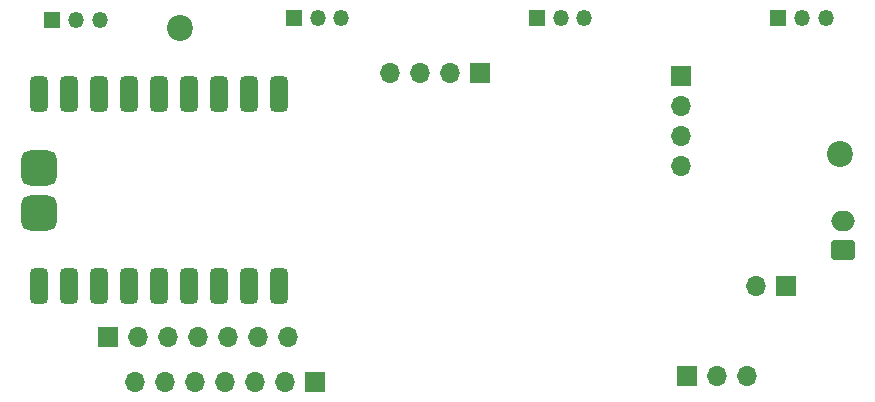
<source format=gbr>
%TF.GenerationSoftware,KiCad,Pcbnew,7.0.7*%
%TF.CreationDate,2024-09-13T11:59:40-05:00*%
%TF.ProjectId,LASK5,4c41534b-352e-46b6-9963-61645f706362,rev?*%
%TF.SameCoordinates,Original*%
%TF.FileFunction,Soldermask,Bot*%
%TF.FilePolarity,Negative*%
%FSLAX46Y46*%
G04 Gerber Fmt 4.6, Leading zero omitted, Abs format (unit mm)*
G04 Created by KiCad (PCBNEW 7.0.7) date 2024-09-13 11:59:40*
%MOMM*%
%LPD*%
G01*
G04 APERTURE LIST*
G04 Aperture macros list*
%AMRoundRect*
0 Rectangle with rounded corners*
0 $1 Rounding radius*
0 $2 $3 $4 $5 $6 $7 $8 $9 X,Y pos of 4 corners*
0 Add a 4 corners polygon primitive as box body*
4,1,4,$2,$3,$4,$5,$6,$7,$8,$9,$2,$3,0*
0 Add four circle primitives for the rounded corners*
1,1,$1+$1,$2,$3*
1,1,$1+$1,$4,$5*
1,1,$1+$1,$6,$7*
1,1,$1+$1,$8,$9*
0 Add four rect primitives between the rounded corners*
20,1,$1+$1,$2,$3,$4,$5,0*
20,1,$1+$1,$4,$5,$6,$7,0*
20,1,$1+$1,$6,$7,$8,$9,0*
20,1,$1+$1,$8,$9,$2,$3,0*%
G04 Aperture macros list end*
%ADD10R,1.700000X1.700000*%
%ADD11O,1.700000X1.700000*%
%ADD12R,1.350000X1.350000*%
%ADD13O,1.350000X1.350000*%
%ADD14C,2.200000*%
%ADD15RoundRect,0.250000X0.750000X-0.600000X0.750000X0.600000X-0.750000X0.600000X-0.750000X-0.600000X0*%
%ADD16O,2.000000X1.700000*%
%ADD17RoundRect,0.381000X0.381000X-1.119000X0.381000X1.119000X-0.381000X1.119000X-0.381000X-1.119000X0*%
%ADD18RoundRect,0.750000X0.750000X-0.750000X0.750000X0.750000X-0.750000X0.750000X-0.750000X-0.750000X0*%
G04 APERTURE END LIST*
D10*
%TO.C,J9*%
X172466000Y-73152000D03*
D11*
X172466000Y-75692000D03*
X172466000Y-78232000D03*
X172466000Y-80772000D03*
%TD*%
D12*
%TO.C,H2*%
X139732000Y-68167600D03*
D13*
X141732000Y-68167600D03*
X143732000Y-68167600D03*
%TD*%
D14*
%TO.C,H8*%
X130048000Y-69088000D03*
%TD*%
D10*
%TO.C,SW1*%
X172974000Y-98552000D03*
D11*
X175514000Y-98552000D03*
X178054000Y-98552000D03*
%TD*%
D12*
%TO.C,H4*%
X180753000Y-68167600D03*
D13*
X182753000Y-68167600D03*
X184753000Y-68167600D03*
%TD*%
D14*
%TO.C,H7*%
X185928000Y-79756000D03*
%TD*%
D10*
%TO.C,J6*%
X141478000Y-99060000D03*
D11*
X138938000Y-99060000D03*
X136398000Y-99060000D03*
X133858000Y-99060000D03*
X131318000Y-99060000D03*
X128778000Y-99060000D03*
X126238000Y-99060000D03*
%TD*%
D15*
%TO.C,J5*%
X186182000Y-87884000D03*
D16*
X186182000Y-85384000D03*
%TD*%
D10*
%TO.C,J7*%
X123952000Y-95250000D03*
D11*
X126492000Y-95250000D03*
X129032000Y-95250000D03*
X131572000Y-95250000D03*
X134112000Y-95250000D03*
X136652000Y-95250000D03*
X139192000Y-95250000D03*
%TD*%
D17*
%TO.C,U1*%
X123190000Y-90924000D03*
X125730000Y-90924000D03*
X128270000Y-90924000D03*
X130810000Y-90924000D03*
X133350000Y-90924000D03*
X135890000Y-90924000D03*
X138430000Y-90924000D03*
X138430000Y-74684000D03*
X135890000Y-74684000D03*
X133350000Y-74684000D03*
X130810000Y-74684000D03*
X128270000Y-74684000D03*
X125730000Y-74684000D03*
X120650000Y-74684000D03*
X123190000Y-74684000D03*
X118110000Y-74684000D03*
X118110000Y-90924000D03*
X120650000Y-90924000D03*
D18*
X118110000Y-84709000D03*
X118110000Y-80899000D03*
%TD*%
D12*
%TO.C,H1*%
X119285000Y-68398600D03*
D13*
X121285000Y-68398600D03*
X123285000Y-68398600D03*
%TD*%
D12*
%TO.C,H3*%
X160306000Y-68167600D03*
D13*
X162306000Y-68167600D03*
X164306000Y-68167600D03*
%TD*%
D10*
%TO.C,J1*%
X155448000Y-72898000D03*
D11*
X152908000Y-72898000D03*
X150368000Y-72898000D03*
X147828000Y-72898000D03*
%TD*%
D10*
%TO.C,J2*%
X181356000Y-90932000D03*
D11*
X178816000Y-90932000D03*
%TD*%
M02*

</source>
